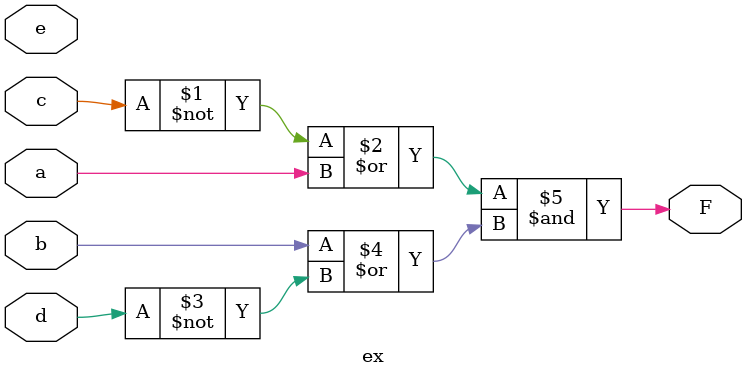
<source format=v>

module ex ( 
    a, b, c, d, e,
    F  );
  input  a, b, c, d, e;
  output F;
  assign F = (~c | a) & (b | ~d);
endmodule



</source>
